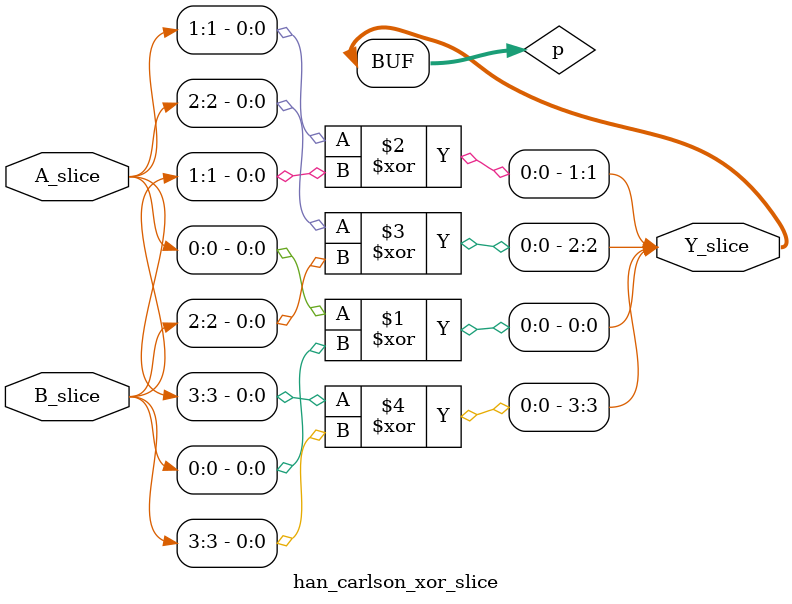
<source format=sv>
module xor2_8 #(parameter WIDTH = 8) (
    input wire [WIDTH-1:0] A, B,
    output wire [WIDTH-1:0] Y
);
    // Slice the input signals into smaller groups for better PPA characteristics
    localparam SLICE_WIDTH = 4;
    localparam NUM_SLICES = (WIDTH + SLICE_WIDTH - 1) / SLICE_WIDTH;
    
    wire [SLICE_WIDTH-1:0] slice_results[NUM_SLICES-1:0];
    
    genvar i;
    generate
        for (i = 0; i < NUM_SLICES; i = i + 1) begin : xor_slice_inst
            localparam CURRENT_WIDTH = (i == NUM_SLICES-1 && WIDTH % SLICE_WIDTH != 0) ? 
                                      (WIDTH % SLICE_WIDTH) : SLICE_WIDTH;
            
            han_carlson_xor_slice #(
                .SLICE_WIDTH(CURRENT_WIDTH)
            ) xor_slice_inst (
                .A_slice(A[(i+1)*SLICE_WIDTH-1:i*SLICE_WIDTH]),
                .B_slice(B[(i+1)*SLICE_WIDTH-1:i*SLICE_WIDTH]),
                .Y_slice(slice_results[i])
            );
            
            // Connect slice results to the output
            assign Y[(i+1)*SLICE_WIDTH-1:i*SLICE_WIDTH] = slice_results[i];
        end
    endgenerate
endmodule

// Han-Carlson based XOR operation on a slice of bits
module han_carlson_xor_slice #(
    parameter SLICE_WIDTH = 4
)(
    input wire [SLICE_WIDTH-1:0] A_slice,
    input wire [SLICE_WIDTH-1:0] B_slice,
    output wire [SLICE_WIDTH-1:0] Y_slice
);
    // Generate and Propagate signals (XOR is equivalent to addition without carry)
    wire [SLICE_WIDTH-1:0] p;
    
    // Pre-processing: Generate initial propagate signals
    genvar j;
    generate
        for (j = 0; j < SLICE_WIDTH; j = j + 1) begin : gen_propagate
            assign p[j] = A_slice[j] ^ B_slice[j];
        end
    endgenerate
    
    // For XOR operation, we can directly use the propagate signals as output
    assign Y_slice = p;
endmodule
</source>
